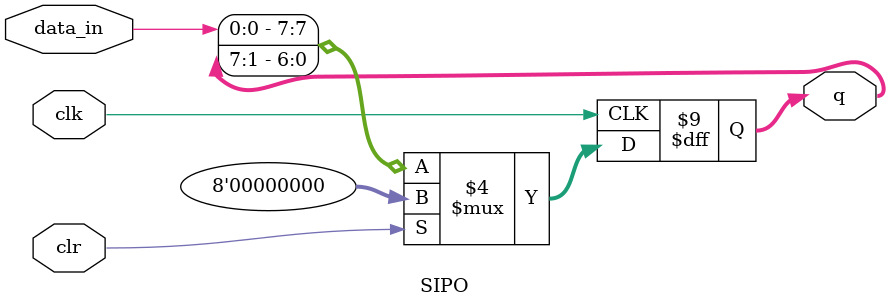
<source format=v>
`timescale 1ns / 1ps


module SIPO(
input data_in, clk, clr,
output reg [7:0] q
);

reg [7:0] temp;

always @(posedge clk)
begin
  if (clr)
    q = 8'b00000000;
  else
    begin
      temp = q >> 1;
      q = {data_in, temp[6:0]};
    end  
end
endmodule

</source>
